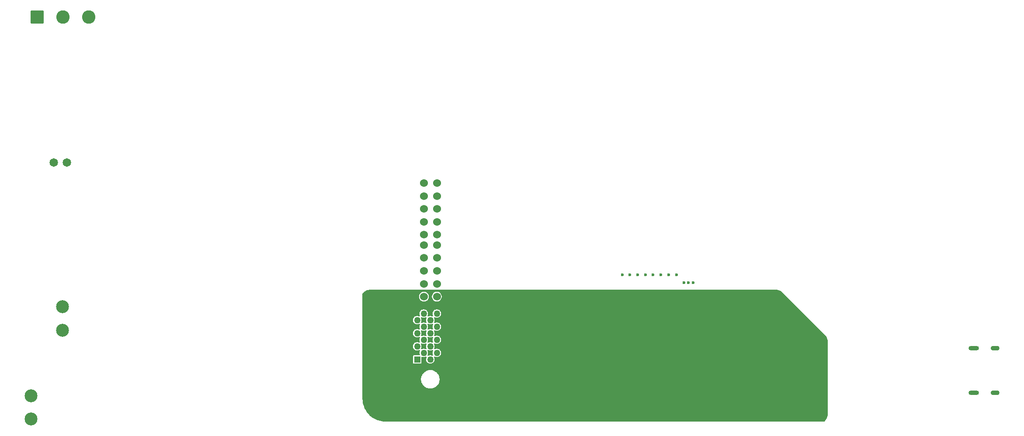
<source format=gbr>
%TF.GenerationSoftware,KiCad,Pcbnew,9.0.1+1*%
%TF.CreationDate,2025-11-19T23:20:09+00:00*%
%TF.ProjectId,nautilus_mainboard,6e617574-696c-4757-935f-6d61696e626f,rev?*%
%TF.SameCoordinates,Original*%
%TF.FileFunction,Copper,L2,Inr*%
%TF.FilePolarity,Positive*%
%FSLAX46Y46*%
G04 Gerber Fmt 4.6, Leading zero omitted, Abs format (unit mm)*
G04 Created by KiCad (PCBNEW 9.0.1+1) date 2025-11-19 23:20:09*
%MOMM*%
%LPD*%
G01*
G04 APERTURE LIST*
G04 Aperture macros list*
%AMRoundRect*
0 Rectangle with rounded corners*
0 $1 Rounding radius*
0 $2 $3 $4 $5 $6 $7 $8 $9 X,Y pos of 4 corners*
0 Add a 4 corners polygon primitive as box body*
4,1,4,$2,$3,$4,$5,$6,$7,$8,$9,$2,$3,0*
0 Add four circle primitives for the rounded corners*
1,1,$1+$1,$2,$3*
1,1,$1+$1,$4,$5*
1,1,$1+$1,$6,$7*
1,1,$1+$1,$8,$9*
0 Add four rect primitives between the rounded corners*
20,1,$1+$1,$2,$3,$4,$5,0*
20,1,$1+$1,$4,$5,$6,$7,0*
20,1,$1+$1,$6,$7,$8,$9,0*
20,1,$1+$1,$8,$9,$2,$3,0*%
G04 Aperture macros list end*
%TA.AperFunction,ComponentPad*%
%ADD10O,1.700000X0.900000*%
%TD*%
%TA.AperFunction,ComponentPad*%
%ADD11O,2.000000X0.900000*%
%TD*%
%TA.AperFunction,ComponentPad*%
%ADD12C,2.500000*%
%TD*%
%TA.AperFunction,ComponentPad*%
%ADD13C,2.000000*%
%TD*%
%TA.AperFunction,ComponentPad*%
%ADD14R,2.500000X2.500000*%
%TD*%
%TA.AperFunction,ComponentPad*%
%ADD15R,1.268000X1.268000*%
%TD*%
%TA.AperFunction,ComponentPad*%
%ADD16C,1.268000*%
%TD*%
%TA.AperFunction,ComponentPad*%
%ADD17C,1.530000*%
%TD*%
%TA.AperFunction,ComponentPad*%
%ADD18C,1.650000*%
%TD*%
%TA.AperFunction,ComponentPad*%
%ADD19RoundRect,0.250000X-1.050000X-1.050000X1.050000X-1.050000X1.050000X1.050000X-1.050000X1.050000X0*%
%TD*%
%TA.AperFunction,ComponentPad*%
%ADD20C,2.600000*%
%TD*%
%TA.AperFunction,ComponentPad*%
%ADD21R,1.700000X1.700000*%
%TD*%
%TA.AperFunction,ComponentPad*%
%ADD22C,1.700000*%
%TD*%
%TA.AperFunction,ViaPad*%
%ADD23C,0.600000*%
%TD*%
G04 APERTURE END LIST*
D10*
%TO.N,Net-(C20-Pad2)*%
%TO.C,J3*%
X260700000Y-164650000D03*
X260700000Y-156000000D03*
D11*
X256520000Y-164650000D03*
X256520000Y-156000000D03*
%TD*%
D12*
%TO.N,/STM/PinoutSTM/CAN1_TX*%
%TO.C,TP7*%
X73895000Y-169740000D03*
%TD*%
%TO.N,/IMU/Pack1_SDA*%
%TO.C,TP2*%
X79995000Y-147940000D03*
%TD*%
D13*
%TO.N,/STM/PinoutSTM/nRST*%
%TO.C,SW1*%
X164050000Y-163800000D03*
X170550000Y-163800000D03*
%TO.N,GND*%
X164050000Y-168300000D03*
X170550000Y-168300000D03*
%TD*%
D14*
%TO.N,Net-(LS1-+)*%
%TO.C,LS1*%
X201500000Y-151200000D03*
D12*
%TO.N,Net-(LS1--)*%
X206500000Y-151200000D03*
%TD*%
D15*
%TO.N,/CM4/Battery_Out_3.3V*%
%TO.C,J7*%
X148740000Y-158170000D03*
D16*
X150010000Y-156900000D03*
%TO.N,unconnected-(J7-Pad03)*%
X148740000Y-155630000D03*
%TO.N,unconnected-(J7-Pad04)*%
X150010000Y-154360000D03*
%TO.N,/LPHS-connector/STM.TX*%
X148740000Y-153090000D03*
%TO.N,/LPHS-connector/STM.RX*%
X150010000Y-151820000D03*
%TO.N,/LPHS-connector/ST_CAN.P*%
X148740000Y-150550000D03*
%TO.N,/LPHS-connector/ST_CAN.N*%
X150010000Y-149280000D03*
%TO.N,/CM4/TRD0.D-*%
X151280000Y-158170000D03*
%TO.N,/CM4/TRD0.D+*%
X152550000Y-156900000D03*
%TO.N,/CM4/TRD1.D-*%
X151280000Y-155630000D03*
%TO.N,/CM4/TRD1.D+*%
X152550000Y-154360000D03*
%TO.N,/CM4/TRD2.D-*%
X151280000Y-153090000D03*
%TO.N,/CM4/TRD2.D+*%
X152550000Y-151820000D03*
%TO.N,/CM4/TRD3.D-*%
X151280000Y-150550000D03*
%TO.N,/CM4/TRD3.D+*%
X152550000Y-149280000D03*
D17*
%TO.N,/LPHS-connector/Battery_Out_5V*%
X150050000Y-146000000D03*
X150050000Y-143500000D03*
X150050000Y-141000000D03*
X150050000Y-138500000D03*
X150050000Y-136000000D03*
%TO.N,unconnected-(J7-P02-PadP02_1)*%
X152550000Y-146000000D03*
%TO.N,unconnected-(J7-P02__1-PadP02_2)*%
X152550000Y-143500000D03*
%TO.N,unconnected-(J7-P02__2-PadP02_3)*%
X152550000Y-141000000D03*
%TO.N,unconnected-(J7-P02__3-PadP02_4)*%
X152550000Y-138500000D03*
%TO.N,unconnected-(J7-P02__4-PadP02_5)*%
X152550000Y-136000000D03*
%TO.N,unconnected-(J7-P03-PadP03_1)*%
X150050000Y-134000000D03*
%TO.N,unconnected-(J7-P03__1-PadP03_2)*%
X150050000Y-131500000D03*
%TO.N,unconnected-(J7-P03__2-PadP03_3)*%
X150050000Y-129000000D03*
%TO.N,unconnected-(J7-P03__3-PadP03_4)*%
X150050000Y-126500000D03*
%TO.N,unconnected-(J7-P03__4-PadP03_5)*%
X150050000Y-124000000D03*
%TO.N,GND*%
X152550000Y-134000000D03*
X152550000Y-131500000D03*
X152550000Y-129000000D03*
X152550000Y-126500000D03*
X152550000Y-124000000D03*
%TD*%
D18*
%TO.N,Net-(EXTERNALFAN5V1-Pad2)*%
%TO.C,J2*%
X78330000Y-119995000D03*
%TO.N,GND*%
X80870000Y-119995000D03*
%TD*%
D19*
%TO.N,+5V*%
%TO.C,J5*%
X75145000Y-91840000D03*
D20*
%TO.N,Net-(J5-Pin_2)*%
X80145000Y-91840000D03*
%TO.N,+5V*%
X85145000Y-91840000D03*
%TD*%
D21*
%TO.N,/Power_logic/STM_Plug_3.3V*%
%TO.C,J4*%
X175140000Y-168100000D03*
D22*
%TO.N,/STM/PinoutSTM/USART1_RX*%
X177680000Y-168100000D03*
%TO.N,/STM/PinoutSTM/USART1_TX*%
X180219999Y-168100000D03*
%TO.N,/STM/PinoutSTM/STM_BOOT0*%
X182760000Y-168100000D03*
%TO.N,GND*%
X185300000Y-168100000D03*
%TD*%
D12*
%TO.N,/STM/PinoutSTM/CAN1_RX*%
%TO.C,TP6*%
X73895000Y-165190000D03*
%TD*%
%TO.N,/IMU/Pack1_SCL*%
%TO.C,TP3*%
X79995000Y-152490000D03*
%TD*%
D23*
%TO.N,GND*%
X189950000Y-141750000D03*
X197450000Y-141750000D03*
X201300000Y-143300000D03*
X188450000Y-141750000D03*
X194450000Y-141750000D03*
X202200000Y-143300000D03*
X195950000Y-141750000D03*
X200400000Y-143300000D03*
X192950000Y-141750000D03*
X191450000Y-141750000D03*
X198950000Y-141750000D03*
%TD*%
%TA.AperFunction,Conductor*%
%TO.N,GND*%
G36*
X151798398Y-156375342D02*
G01*
X151834050Y-156435431D01*
X151831556Y-156505256D01*
X151828464Y-156513549D01*
X151828198Y-156514192D01*
X151766801Y-156662419D01*
X151766800Y-156662422D01*
X151766800Y-156662423D01*
X151766799Y-156662426D01*
X151735500Y-156819774D01*
X151735500Y-156980225D01*
X151766799Y-157137573D01*
X151766802Y-157137585D01*
X151828463Y-157286450D01*
X151835932Y-157355919D01*
X151804656Y-157418398D01*
X151744567Y-157454050D01*
X151674742Y-157451556D01*
X151666450Y-157448463D01*
X151517585Y-157386802D01*
X151517573Y-157386799D01*
X151360224Y-157355500D01*
X151360221Y-157355500D01*
X151199779Y-157355500D01*
X151199776Y-157355500D01*
X151042426Y-157386799D01*
X151042423Y-157386800D01*
X151042422Y-157386800D01*
X151042419Y-157386801D01*
X150966137Y-157418398D01*
X150893549Y-157448464D01*
X150824079Y-157455932D01*
X150761600Y-157424656D01*
X150725948Y-157364567D01*
X150728443Y-157294742D01*
X150731536Y-157286449D01*
X150773951Y-157184049D01*
X150793199Y-157137581D01*
X150824500Y-156980221D01*
X150824500Y-156819779D01*
X150824500Y-156819776D01*
X150824499Y-156819774D01*
X150793200Y-156662426D01*
X150793199Y-156662419D01*
X150731802Y-156514192D01*
X150731536Y-156513549D01*
X150724067Y-156444080D01*
X150755342Y-156381601D01*
X150815431Y-156345949D01*
X150885257Y-156348443D01*
X150893549Y-156351536D01*
X151042414Y-156413197D01*
X151042419Y-156413199D01*
X151197668Y-156444080D01*
X151199774Y-156444499D01*
X151199777Y-156444500D01*
X151199779Y-156444500D01*
X151360223Y-156444500D01*
X151360224Y-156444499D01*
X151517581Y-156413199D01*
X151665810Y-156351801D01*
X151665811Y-156351800D01*
X151666449Y-156351536D01*
X151735919Y-156344067D01*
X151798398Y-156375342D01*
G37*
%TD.AperFunction*%
%TA.AperFunction,Conductor*%
G36*
X150528398Y-155105342D02*
G01*
X150564050Y-155165431D01*
X150561556Y-155235256D01*
X150558464Y-155243549D01*
X150558198Y-155244192D01*
X150496801Y-155392419D01*
X150496800Y-155392422D01*
X150496800Y-155392423D01*
X150496799Y-155392426D01*
X150465500Y-155549774D01*
X150465500Y-155710225D01*
X150496799Y-155867573D01*
X150496802Y-155867585D01*
X150558463Y-156016450D01*
X150565932Y-156085919D01*
X150534656Y-156148398D01*
X150474567Y-156184050D01*
X150404742Y-156181556D01*
X150396450Y-156178463D01*
X150247585Y-156116802D01*
X150247573Y-156116799D01*
X150090224Y-156085500D01*
X150090221Y-156085500D01*
X149929779Y-156085500D01*
X149929776Y-156085500D01*
X149772426Y-156116799D01*
X149772423Y-156116800D01*
X149772422Y-156116800D01*
X149772419Y-156116801D01*
X149696137Y-156148398D01*
X149623549Y-156178464D01*
X149554079Y-156185932D01*
X149491600Y-156154656D01*
X149455948Y-156094567D01*
X149458443Y-156024742D01*
X149461536Y-156016449D01*
X149461803Y-156015805D01*
X149523199Y-155867581D01*
X149554500Y-155710221D01*
X149554500Y-155549779D01*
X149554500Y-155549776D01*
X149554499Y-155549774D01*
X149523200Y-155392426D01*
X149523199Y-155392419D01*
X149461802Y-155244192D01*
X149461536Y-155243549D01*
X149454067Y-155174080D01*
X149485342Y-155111601D01*
X149545431Y-155075949D01*
X149615257Y-155078443D01*
X149623549Y-155081536D01*
X149772414Y-155143197D01*
X149772419Y-155143199D01*
X149927668Y-155174080D01*
X149929774Y-155174499D01*
X149929777Y-155174500D01*
X149929779Y-155174500D01*
X150090223Y-155174500D01*
X150090224Y-155174499D01*
X150247581Y-155143199D01*
X150395810Y-155081801D01*
X150395811Y-155081800D01*
X150396449Y-155081536D01*
X150465919Y-155074067D01*
X150528398Y-155105342D01*
G37*
%TD.AperFunction*%
%TA.AperFunction,Conductor*%
G36*
X151722525Y-153805506D02*
G01*
X151735919Y-153804067D01*
X151755721Y-153813979D01*
X151777174Y-153819455D01*
X151786351Y-153829311D01*
X151798398Y-153835342D01*
X151809697Y-153854386D01*
X151824785Y-153870591D01*
X151827176Y-153883846D01*
X151834050Y-153895431D01*
X151833259Y-153917557D01*
X151837192Y-153939351D01*
X151831714Y-153960812D01*
X151831556Y-153965256D01*
X151828464Y-153973549D01*
X151828198Y-153974192D01*
X151766801Y-154122419D01*
X151766800Y-154122422D01*
X151766800Y-154122423D01*
X151766799Y-154122426D01*
X151735500Y-154279774D01*
X151735500Y-154440225D01*
X151766799Y-154597573D01*
X151766802Y-154597585D01*
X151828463Y-154746450D01*
X151835932Y-154815919D01*
X151804656Y-154878398D01*
X151744567Y-154914050D01*
X151674742Y-154911556D01*
X151666450Y-154908463D01*
X151517585Y-154846802D01*
X151517573Y-154846799D01*
X151360224Y-154815500D01*
X151360221Y-154815500D01*
X151199779Y-154815500D01*
X151199776Y-154815500D01*
X151042426Y-154846799D01*
X151042423Y-154846800D01*
X151042422Y-154846800D01*
X151042419Y-154846801D01*
X150966137Y-154878398D01*
X150893549Y-154908464D01*
X150824079Y-154915932D01*
X150761600Y-154884656D01*
X150725948Y-154824567D01*
X150728443Y-154754742D01*
X150731536Y-154746449D01*
X150731803Y-154745805D01*
X150793199Y-154597581D01*
X150824500Y-154440221D01*
X150824500Y-154279779D01*
X150824500Y-154279776D01*
X150824499Y-154279774D01*
X150793200Y-154122426D01*
X150793199Y-154122419D01*
X150731802Y-153974192D01*
X150731536Y-153973549D01*
X150724067Y-153904080D01*
X150755342Y-153841601D01*
X150815431Y-153805949D01*
X150885257Y-153808443D01*
X150893549Y-153811536D01*
X151042414Y-153873197D01*
X151042419Y-153873199D01*
X151197668Y-153904080D01*
X151199774Y-153904499D01*
X151199777Y-153904500D01*
X151199779Y-153904500D01*
X151360223Y-153904500D01*
X151360224Y-153904499D01*
X151517581Y-153873199D01*
X151665810Y-153811801D01*
X151665811Y-153811800D01*
X151666449Y-153811536D01*
X151688465Y-153809168D01*
X151709475Y-153802176D01*
X151722525Y-153805506D01*
G37*
%TD.AperFunction*%
%TA.AperFunction,Conductor*%
G36*
X150528398Y-152565342D02*
G01*
X150564050Y-152625431D01*
X150561556Y-152695256D01*
X150558464Y-152703549D01*
X150558198Y-152704192D01*
X150496801Y-152852419D01*
X150496800Y-152852422D01*
X150496800Y-152852423D01*
X150496799Y-152852426D01*
X150465500Y-153009774D01*
X150465500Y-153170225D01*
X150496799Y-153327573D01*
X150496802Y-153327585D01*
X150558463Y-153476450D01*
X150565932Y-153545919D01*
X150534656Y-153608398D01*
X150474567Y-153644050D01*
X150404742Y-153641556D01*
X150396450Y-153638463D01*
X150247585Y-153576802D01*
X150247573Y-153576799D01*
X150090224Y-153545500D01*
X150090221Y-153545500D01*
X149929779Y-153545500D01*
X149929776Y-153545500D01*
X149772426Y-153576799D01*
X149772423Y-153576800D01*
X149772422Y-153576800D01*
X149772419Y-153576801D01*
X149696137Y-153608398D01*
X149623549Y-153638464D01*
X149554079Y-153645932D01*
X149491600Y-153614656D01*
X149455948Y-153554567D01*
X149458443Y-153484742D01*
X149461536Y-153476449D01*
X149461803Y-153475805D01*
X149523199Y-153327581D01*
X149554500Y-153170221D01*
X149554500Y-153009779D01*
X149554500Y-153009776D01*
X149554499Y-153009774D01*
X149523200Y-152852426D01*
X149523199Y-152852419D01*
X149461802Y-152704192D01*
X149461536Y-152703549D01*
X149454067Y-152634080D01*
X149485342Y-152571601D01*
X149545431Y-152535949D01*
X149615257Y-152538443D01*
X149623549Y-152541536D01*
X149770932Y-152602583D01*
X149772419Y-152603199D01*
X149927668Y-152634080D01*
X149929774Y-152634499D01*
X149929777Y-152634500D01*
X149929779Y-152634500D01*
X150090223Y-152634500D01*
X150090224Y-152634499D01*
X150247581Y-152603199D01*
X150395810Y-152541801D01*
X150395811Y-152541800D01*
X150396449Y-152541536D01*
X150465919Y-152534067D01*
X150528398Y-152565342D01*
G37*
%TD.AperFunction*%
%TA.AperFunction,Conductor*%
G36*
X151722525Y-151265506D02*
G01*
X151735919Y-151264067D01*
X151755721Y-151273979D01*
X151777174Y-151279455D01*
X151786351Y-151289311D01*
X151798398Y-151295342D01*
X151809697Y-151314386D01*
X151824785Y-151330591D01*
X151827176Y-151343846D01*
X151834050Y-151355431D01*
X151833259Y-151377557D01*
X151837192Y-151399351D01*
X151831714Y-151420812D01*
X151831556Y-151425256D01*
X151828464Y-151433549D01*
X151828198Y-151434192D01*
X151766801Y-151582419D01*
X151766800Y-151582422D01*
X151766800Y-151582423D01*
X151766799Y-151582426D01*
X151735500Y-151739774D01*
X151735500Y-151900225D01*
X151766799Y-152057573D01*
X151766802Y-152057585D01*
X151828463Y-152206450D01*
X151835932Y-152275919D01*
X151804656Y-152338398D01*
X151744567Y-152374050D01*
X151674742Y-152371556D01*
X151666450Y-152368463D01*
X151517585Y-152306802D01*
X151517573Y-152306799D01*
X151360224Y-152275500D01*
X151360221Y-152275500D01*
X151199779Y-152275500D01*
X151199776Y-152275500D01*
X151042426Y-152306799D01*
X151042423Y-152306800D01*
X151042422Y-152306800D01*
X151042419Y-152306801D01*
X150966137Y-152338398D01*
X150893549Y-152368464D01*
X150824079Y-152375932D01*
X150761600Y-152344656D01*
X150725948Y-152284567D01*
X150728443Y-152214742D01*
X150731536Y-152206449D01*
X150752837Y-152155024D01*
X150793199Y-152057581D01*
X150824500Y-151900221D01*
X150824500Y-151739779D01*
X150824500Y-151739776D01*
X150824499Y-151739774D01*
X150793200Y-151582426D01*
X150793199Y-151582419D01*
X150731802Y-151434192D01*
X150731536Y-151433549D01*
X150724067Y-151364080D01*
X150755342Y-151301601D01*
X150815431Y-151265949D01*
X150885257Y-151268443D01*
X150893549Y-151271536D01*
X151042414Y-151333197D01*
X151042419Y-151333199D01*
X151197668Y-151364080D01*
X151199774Y-151364499D01*
X151199777Y-151364500D01*
X151199779Y-151364500D01*
X151360223Y-151364500D01*
X151360224Y-151364499D01*
X151517581Y-151333199D01*
X151665810Y-151271801D01*
X151665811Y-151271800D01*
X151666449Y-151271536D01*
X151688465Y-151269168D01*
X151709475Y-151262176D01*
X151722525Y-151265506D01*
G37*
%TD.AperFunction*%
%TA.AperFunction,Conductor*%
G36*
X150528398Y-150025342D02*
G01*
X150564050Y-150085431D01*
X150561556Y-150155256D01*
X150558464Y-150163549D01*
X150558198Y-150164192D01*
X150496801Y-150312419D01*
X150496800Y-150312422D01*
X150496800Y-150312423D01*
X150496799Y-150312426D01*
X150465500Y-150469774D01*
X150465500Y-150630225D01*
X150496799Y-150787573D01*
X150496802Y-150787585D01*
X150558463Y-150936450D01*
X150565932Y-151005919D01*
X150534656Y-151068398D01*
X150474567Y-151104050D01*
X150404742Y-151101556D01*
X150396450Y-151098463D01*
X150247585Y-151036802D01*
X150247573Y-151036799D01*
X150090224Y-151005500D01*
X150090221Y-151005500D01*
X149929779Y-151005500D01*
X149929776Y-151005500D01*
X149772426Y-151036799D01*
X149772423Y-151036800D01*
X149772422Y-151036800D01*
X149772419Y-151036801D01*
X149696137Y-151068398D01*
X149623549Y-151098464D01*
X149554079Y-151105932D01*
X149491600Y-151074656D01*
X149455948Y-151014567D01*
X149458443Y-150944742D01*
X149461536Y-150936449D01*
X149461803Y-150935805D01*
X149523199Y-150787581D01*
X149554500Y-150630221D01*
X149554500Y-150469779D01*
X149554500Y-150469776D01*
X149554499Y-150469774D01*
X149523200Y-150312426D01*
X149523199Y-150312419D01*
X149461802Y-150164192D01*
X149461536Y-150163549D01*
X149454067Y-150094080D01*
X149485342Y-150031601D01*
X149545431Y-149995949D01*
X149615257Y-149998443D01*
X149623549Y-150001536D01*
X149772414Y-150063197D01*
X149772419Y-150063199D01*
X149927668Y-150094080D01*
X149929774Y-150094499D01*
X149929777Y-150094500D01*
X149929779Y-150094500D01*
X150090223Y-150094500D01*
X150090224Y-150094499D01*
X150247581Y-150063199D01*
X150395810Y-150001801D01*
X150395811Y-150001800D01*
X150396449Y-150001536D01*
X150465919Y-149994067D01*
X150528398Y-150025342D01*
G37*
%TD.AperFunction*%
%TA.AperFunction,Conductor*%
G36*
X218175615Y-144660265D02*
G01*
X218198089Y-144661737D01*
X218424531Y-144676579D01*
X218440589Y-144678694D01*
X218681238Y-144726562D01*
X218696904Y-144730760D01*
X218866496Y-144788328D01*
X218929245Y-144809629D01*
X218944222Y-144815832D01*
X219154681Y-144919619D01*
X219164283Y-144924354D01*
X219178329Y-144932464D01*
X219382337Y-145068777D01*
X219395202Y-145078648D01*
X219409099Y-145090835D01*
X219582737Y-145243112D01*
X219588659Y-145248659D01*
X227681340Y-153341340D01*
X227686887Y-153347262D01*
X227851348Y-153534793D01*
X227861222Y-153547662D01*
X227997535Y-153751670D01*
X228005645Y-153765716D01*
X228114164Y-153985770D01*
X228120371Y-154000756D01*
X228199239Y-154233095D01*
X228203437Y-154248761D01*
X228251303Y-154489396D01*
X228253421Y-154505478D01*
X228269735Y-154754383D01*
X228270000Y-154762493D01*
X228270000Y-168725572D01*
X228269684Y-168734418D01*
X228250275Y-169005785D01*
X228247757Y-169023297D01*
X228190872Y-169284794D01*
X228185888Y-169301770D01*
X228092361Y-169552524D01*
X228085011Y-169568617D01*
X227956758Y-169803496D01*
X227947193Y-169818380D01*
X227786811Y-170032624D01*
X227775226Y-170045994D01*
X227628037Y-170193182D01*
X227566717Y-170226666D01*
X227540358Y-170229500D01*
X142652706Y-170229500D01*
X142647297Y-170229382D01*
X142263249Y-170212614D01*
X142252473Y-170211671D01*
X141874042Y-170161849D01*
X141863389Y-170159971D01*
X141490727Y-170077354D01*
X141480278Y-170074554D01*
X141116244Y-169959775D01*
X141106078Y-169956075D01*
X140753427Y-169810002D01*
X140743623Y-169805430D01*
X140405057Y-169629183D01*
X140395689Y-169623775D01*
X140073755Y-169418681D01*
X140064894Y-169412476D01*
X139762069Y-169180110D01*
X139753782Y-169173156D01*
X139472364Y-168915284D01*
X139464715Y-168907635D01*
X139206843Y-168626217D01*
X139199889Y-168617930D01*
X138967523Y-168315105D01*
X138961318Y-168306244D01*
X138756224Y-167984310D01*
X138750816Y-167974942D01*
X138574569Y-167636376D01*
X138569997Y-167626572D01*
X138423924Y-167273921D01*
X138420224Y-167263755D01*
X138305442Y-166899710D01*
X138302648Y-166889284D01*
X138220025Y-166516597D01*
X138218152Y-166505971D01*
X138168326Y-166127506D01*
X138167386Y-166116771D01*
X138150618Y-165732702D01*
X138150500Y-165727293D01*
X138150500Y-161892650D01*
X149489500Y-161892650D01*
X149489500Y-162127349D01*
X149489501Y-162127365D01*
X149520134Y-162360048D01*
X149520135Y-162360053D01*
X149520136Y-162360059D01*
X149580883Y-162586772D01*
X149580886Y-162586779D01*
X149670700Y-162803610D01*
X149670705Y-162803620D01*
X149788058Y-163006882D01*
X149930940Y-163193090D01*
X149930946Y-163193097D01*
X150096902Y-163359053D01*
X150096909Y-163359059D01*
X150283117Y-163501941D01*
X150486379Y-163619294D01*
X150486389Y-163619299D01*
X150579316Y-163657790D01*
X150703228Y-163709117D01*
X150929941Y-163769864D01*
X151162644Y-163800500D01*
X151162651Y-163800500D01*
X151397349Y-163800500D01*
X151397356Y-163800500D01*
X151630059Y-163769864D01*
X151856772Y-163709117D01*
X152073617Y-163619296D01*
X152276883Y-163501941D01*
X152463092Y-163359058D01*
X152629058Y-163193092D01*
X152771941Y-163006883D01*
X152889296Y-162803617D01*
X152979117Y-162586772D01*
X153039864Y-162360059D01*
X153070500Y-162127356D01*
X153070500Y-161892644D01*
X153039864Y-161659941D01*
X152979117Y-161433228D01*
X152927790Y-161309316D01*
X152889299Y-161216389D01*
X152889294Y-161216379D01*
X152771941Y-161013117D01*
X152629059Y-160826909D01*
X152629053Y-160826902D01*
X152463097Y-160660946D01*
X152463090Y-160660940D01*
X152276882Y-160518058D01*
X152073620Y-160400705D01*
X152073610Y-160400700D01*
X151856779Y-160310886D01*
X151856780Y-160310886D01*
X151856772Y-160310883D01*
X151630059Y-160250136D01*
X151630053Y-160250135D01*
X151630048Y-160250134D01*
X151397365Y-160219501D01*
X151397362Y-160219500D01*
X151397356Y-160219500D01*
X151162644Y-160219500D01*
X151162638Y-160219500D01*
X151162634Y-160219501D01*
X150929951Y-160250134D01*
X150929944Y-160250135D01*
X150929941Y-160250136D01*
X150854370Y-160270385D01*
X150703234Y-160310881D01*
X150703220Y-160310886D01*
X150486389Y-160400700D01*
X150486379Y-160400705D01*
X150283117Y-160518058D01*
X150096909Y-160660940D01*
X150096902Y-160660946D01*
X149930946Y-160826902D01*
X149930940Y-160826909D01*
X149788058Y-161013117D01*
X149670705Y-161216379D01*
X149670700Y-161216389D01*
X149580886Y-161433220D01*
X149580881Y-161433234D01*
X149520137Y-161659938D01*
X149520134Y-161659951D01*
X149489501Y-161892634D01*
X149489500Y-161892650D01*
X138150500Y-161892650D01*
X138150500Y-150469774D01*
X147925500Y-150469774D01*
X147925500Y-150630225D01*
X147956799Y-150787573D01*
X147956802Y-150787585D01*
X148018196Y-150935805D01*
X148018197Y-150935807D01*
X148107336Y-151069212D01*
X148107339Y-151069216D01*
X148220783Y-151182660D01*
X148220787Y-151182663D01*
X148354190Y-151271801D01*
X148354191Y-151271801D01*
X148354192Y-151271802D01*
X148354194Y-151271803D01*
X148502414Y-151333197D01*
X148502419Y-151333199D01*
X148657668Y-151364080D01*
X148659774Y-151364499D01*
X148659777Y-151364500D01*
X148659779Y-151364500D01*
X148820223Y-151364500D01*
X148820224Y-151364499D01*
X148977581Y-151333199D01*
X149125810Y-151271801D01*
X149125811Y-151271800D01*
X149126449Y-151271536D01*
X149195919Y-151264067D01*
X149258398Y-151295342D01*
X149294050Y-151355431D01*
X149291556Y-151425256D01*
X149288464Y-151433549D01*
X149288198Y-151434192D01*
X149226801Y-151582419D01*
X149226800Y-151582422D01*
X149226800Y-151582423D01*
X149226799Y-151582426D01*
X149195500Y-151739774D01*
X149195500Y-151900225D01*
X149226799Y-152057573D01*
X149226802Y-152057585D01*
X149288463Y-152206450D01*
X149295932Y-152275919D01*
X149264656Y-152338398D01*
X149204567Y-152374050D01*
X149134742Y-152371556D01*
X149126450Y-152368463D01*
X148977585Y-152306802D01*
X148977573Y-152306799D01*
X148820224Y-152275500D01*
X148820221Y-152275500D01*
X148659779Y-152275500D01*
X148659776Y-152275500D01*
X148502426Y-152306799D01*
X148502414Y-152306802D01*
X148354194Y-152368196D01*
X148354192Y-152368197D01*
X148220787Y-152457336D01*
X148220783Y-152457339D01*
X148107339Y-152570783D01*
X148107336Y-152570787D01*
X148018197Y-152704192D01*
X148018196Y-152704194D01*
X147956802Y-152852414D01*
X147956799Y-152852426D01*
X147925500Y-153009774D01*
X147925500Y-153170225D01*
X147956799Y-153327573D01*
X147956802Y-153327585D01*
X148018196Y-153475805D01*
X148018197Y-153475807D01*
X148107336Y-153609212D01*
X148107339Y-153609216D01*
X148220783Y-153722660D01*
X148220787Y-153722663D01*
X148354190Y-153811801D01*
X148354191Y-153811801D01*
X148354192Y-153811802D01*
X148354194Y-153811803D01*
X148502414Y-153873197D01*
X148502419Y-153873199D01*
X148657668Y-153904080D01*
X148659774Y-153904499D01*
X148659777Y-153904500D01*
X148659779Y-153904500D01*
X148820223Y-153904500D01*
X148820224Y-153904499D01*
X148977581Y-153873199D01*
X149125810Y-153811801D01*
X149125811Y-153811800D01*
X149126449Y-153811536D01*
X149195919Y-153804067D01*
X149258398Y-153835342D01*
X149294050Y-153895431D01*
X149291556Y-153965256D01*
X149288464Y-153973549D01*
X149288198Y-153974192D01*
X149226801Y-154122419D01*
X149226800Y-154122422D01*
X149226800Y-154122423D01*
X149226799Y-154122426D01*
X149195500Y-154279774D01*
X149195500Y-154440225D01*
X149226799Y-154597573D01*
X149226802Y-154597585D01*
X149288463Y-154746450D01*
X149295932Y-154815919D01*
X149264656Y-154878398D01*
X149204567Y-154914050D01*
X149134742Y-154911556D01*
X149126450Y-154908463D01*
X148977585Y-154846802D01*
X148977573Y-154846799D01*
X148820224Y-154815500D01*
X148820221Y-154815500D01*
X148659779Y-154815500D01*
X148659776Y-154815500D01*
X148502426Y-154846799D01*
X148502414Y-154846802D01*
X148354194Y-154908196D01*
X148354192Y-154908197D01*
X148220787Y-154997336D01*
X148220783Y-154997339D01*
X148107339Y-155110783D01*
X148107336Y-155110787D01*
X148018197Y-155244192D01*
X148018196Y-155244194D01*
X147956802Y-155392414D01*
X147956799Y-155392426D01*
X147925500Y-155549774D01*
X147925500Y-155710225D01*
X147956799Y-155867573D01*
X147956802Y-155867585D01*
X148018196Y-156015805D01*
X148018197Y-156015807D01*
X148107336Y-156149212D01*
X148107339Y-156149216D01*
X148220783Y-156262660D01*
X148220787Y-156262663D01*
X148354190Y-156351801D01*
X148354191Y-156351801D01*
X148354192Y-156351802D01*
X148354194Y-156351803D01*
X148426134Y-156381601D01*
X148502419Y-156413199D01*
X148657668Y-156444080D01*
X148659774Y-156444499D01*
X148659777Y-156444500D01*
X148659779Y-156444500D01*
X148820223Y-156444500D01*
X148820224Y-156444499D01*
X148977581Y-156413199D01*
X149125810Y-156351801D01*
X149125811Y-156351800D01*
X149126449Y-156351536D01*
X149195919Y-156344067D01*
X149258398Y-156375342D01*
X149294050Y-156435431D01*
X149291556Y-156505256D01*
X149288464Y-156513549D01*
X149288198Y-156514192D01*
X149226801Y-156662419D01*
X149226800Y-156662422D01*
X149226800Y-156662423D01*
X149226799Y-156662426D01*
X149195500Y-156819774D01*
X149195500Y-156980225D01*
X149226799Y-157137573D01*
X149226801Y-157137581D01*
X149246048Y-157184049D01*
X149253515Y-157253519D01*
X149222239Y-157315997D01*
X149162150Y-157351649D01*
X149131486Y-157355500D01*
X148088225Y-157355500D01*
X148035571Y-157365973D01*
X148035568Y-157365974D01*
X147975865Y-157405867D01*
X147935974Y-157465569D01*
X147935971Y-157465576D01*
X147925500Y-157518218D01*
X147925500Y-158821774D01*
X147935973Y-158874428D01*
X147935974Y-158874431D01*
X147975867Y-158934134D01*
X148004402Y-158953200D01*
X148035572Y-158974027D01*
X148035575Y-158974027D01*
X148035576Y-158974028D01*
X148061897Y-158979263D01*
X148088223Y-158984500D01*
X149391776Y-158984499D01*
X149444428Y-158974027D01*
X149504133Y-158934133D01*
X149544027Y-158874428D01*
X149554500Y-158821777D01*
X149554499Y-157778511D01*
X149574183Y-157711473D01*
X149626987Y-157665718D01*
X149696146Y-157655774D01*
X149725943Y-157663948D01*
X149772419Y-157683199D01*
X149927668Y-157714080D01*
X149929774Y-157714499D01*
X149929777Y-157714500D01*
X149929779Y-157714500D01*
X150090223Y-157714500D01*
X150090224Y-157714499D01*
X150247581Y-157683199D01*
X150395810Y-157621801D01*
X150395811Y-157621800D01*
X150396449Y-157621536D01*
X150465919Y-157614067D01*
X150528398Y-157645342D01*
X150564050Y-157705431D01*
X150561556Y-157775256D01*
X150558464Y-157783549D01*
X150531544Y-157848539D01*
X150496801Y-157932419D01*
X150496800Y-157932422D01*
X150496800Y-157932423D01*
X150496799Y-157932426D01*
X150465500Y-158089774D01*
X150465500Y-158250225D01*
X150496799Y-158407573D01*
X150496802Y-158407585D01*
X150558196Y-158555805D01*
X150558197Y-158555807D01*
X150647336Y-158689212D01*
X150647339Y-158689216D01*
X150760783Y-158802660D01*
X150760787Y-158802663D01*
X150894190Y-158891801D01*
X150894191Y-158891801D01*
X150894192Y-158891802D01*
X150894194Y-158891803D01*
X151042414Y-158953197D01*
X151042419Y-158953199D01*
X151199774Y-158984499D01*
X151199777Y-158984500D01*
X151199779Y-158984500D01*
X151360223Y-158984500D01*
X151360224Y-158984499D01*
X151517581Y-158953199D01*
X151665810Y-158891801D01*
X151799213Y-158802663D01*
X151912663Y-158689213D01*
X152001801Y-158555810D01*
X152063199Y-158407581D01*
X152094500Y-158250221D01*
X152094500Y-158089779D01*
X152094500Y-158089776D01*
X152094499Y-158089774D01*
X152063200Y-157932426D01*
X152063199Y-157932419D01*
X152063197Y-157932414D01*
X152001536Y-157783549D01*
X151994067Y-157714080D01*
X152025342Y-157651601D01*
X152085431Y-157615949D01*
X152155257Y-157618443D01*
X152163549Y-157621536D01*
X152312414Y-157683197D01*
X152312419Y-157683199D01*
X152467668Y-157714080D01*
X152469774Y-157714499D01*
X152469777Y-157714500D01*
X152469779Y-157714500D01*
X152630223Y-157714500D01*
X152630224Y-157714499D01*
X152787581Y-157683199D01*
X152935810Y-157621801D01*
X153069213Y-157532663D01*
X153182663Y-157419213D01*
X153271801Y-157285810D01*
X153333199Y-157137581D01*
X153364500Y-156980221D01*
X153364500Y-156819779D01*
X153364500Y-156819776D01*
X153364499Y-156819774D01*
X153333200Y-156662426D01*
X153333199Y-156662419D01*
X153271801Y-156514190D01*
X153182663Y-156380787D01*
X153182660Y-156380783D01*
X153069216Y-156267339D01*
X153069212Y-156267336D01*
X152935807Y-156178197D01*
X152935805Y-156178196D01*
X152787585Y-156116802D01*
X152787573Y-156116799D01*
X152630224Y-156085500D01*
X152630221Y-156085500D01*
X152469779Y-156085500D01*
X152469776Y-156085500D01*
X152312426Y-156116799D01*
X152312423Y-156116800D01*
X152312422Y-156116800D01*
X152312419Y-156116801D01*
X152236137Y-156148398D01*
X152163549Y-156178464D01*
X152094079Y-156185932D01*
X152031600Y-156154656D01*
X151995948Y-156094567D01*
X151998443Y-156024742D01*
X152001536Y-156016449D01*
X152001803Y-156015805D01*
X152063199Y-155867581D01*
X152094500Y-155710221D01*
X152094500Y-155549779D01*
X152094500Y-155549776D01*
X152094499Y-155549774D01*
X152063200Y-155392426D01*
X152063199Y-155392419D01*
X152001802Y-155244192D01*
X152001536Y-155243549D01*
X151994067Y-155174080D01*
X152025342Y-155111601D01*
X152085431Y-155075949D01*
X152155257Y-155078443D01*
X152163549Y-155081536D01*
X152312414Y-155143197D01*
X152312419Y-155143199D01*
X152467668Y-155174080D01*
X152469774Y-155174499D01*
X152469777Y-155174500D01*
X152469779Y-155174500D01*
X152630223Y-155174500D01*
X152630224Y-155174499D01*
X152787581Y-155143199D01*
X152935810Y-155081801D01*
X153069213Y-154992663D01*
X153182663Y-154879213D01*
X153271801Y-154745810D01*
X153333199Y-154597581D01*
X153364500Y-154440221D01*
X153364500Y-154279779D01*
X153364500Y-154279776D01*
X153364499Y-154279774D01*
X153333200Y-154122426D01*
X153333199Y-154122419D01*
X153271801Y-153974190D01*
X153182663Y-153840787D01*
X153182660Y-153840783D01*
X153069216Y-153727339D01*
X153069212Y-153727336D01*
X152935807Y-153638197D01*
X152935805Y-153638196D01*
X152787585Y-153576802D01*
X152787573Y-153576799D01*
X152630224Y-153545500D01*
X152630221Y-153545500D01*
X152469779Y-153545500D01*
X152469776Y-153545500D01*
X152312426Y-153576799D01*
X152312423Y-153576800D01*
X152312422Y-153576800D01*
X152312419Y-153576801D01*
X152236137Y-153608398D01*
X152163549Y-153638464D01*
X152094079Y-153645932D01*
X152031600Y-153614656D01*
X151995948Y-153554567D01*
X151998443Y-153484742D01*
X152001536Y-153476449D01*
X152001803Y-153475805D01*
X152063199Y-153327581D01*
X152094500Y-153170221D01*
X152094500Y-153009779D01*
X152094500Y-153009776D01*
X152094499Y-153009774D01*
X152063200Y-152852426D01*
X152063199Y-152852419D01*
X152001802Y-152704192D01*
X152001536Y-152703549D01*
X151994067Y-152634080D01*
X152025342Y-152571601D01*
X152085431Y-152535949D01*
X152155257Y-152538443D01*
X152163549Y-152541536D01*
X152310932Y-152602583D01*
X152312419Y-152603199D01*
X152467668Y-152634080D01*
X152469774Y-152634499D01*
X152469777Y-152634500D01*
X152469779Y-152634500D01*
X152630223Y-152634500D01*
X152630224Y-152634499D01*
X152787581Y-152603199D01*
X152935810Y-152541801D01*
X153069213Y-152452663D01*
X153182663Y-152339213D01*
X153271801Y-152205810D01*
X153333199Y-152057581D01*
X153364500Y-151900221D01*
X153364500Y-151739779D01*
X153364500Y-151739776D01*
X153364499Y-151739774D01*
X153333200Y-151582426D01*
X153333199Y-151582419D01*
X153271801Y-151434190D01*
X153182663Y-151300787D01*
X153182660Y-151300783D01*
X153069216Y-151187339D01*
X153069212Y-151187336D01*
X152935807Y-151098197D01*
X152935805Y-151098196D01*
X152787585Y-151036802D01*
X152787573Y-151036799D01*
X152630224Y-151005500D01*
X152630221Y-151005500D01*
X152469779Y-151005500D01*
X152469776Y-151005500D01*
X152312426Y-151036799D01*
X152312423Y-151036800D01*
X152312422Y-151036800D01*
X152312419Y-151036801D01*
X152236137Y-151068398D01*
X152163549Y-151098464D01*
X152094079Y-151105932D01*
X152031600Y-151074656D01*
X151995948Y-151014567D01*
X151998443Y-150944742D01*
X152001536Y-150936449D01*
X152001803Y-150935805D01*
X152063199Y-150787581D01*
X152094500Y-150630221D01*
X152094500Y-150469779D01*
X152094500Y-150469776D01*
X152094499Y-150469774D01*
X152063200Y-150312426D01*
X152063199Y-150312419D01*
X152001802Y-150164192D01*
X152001536Y-150163549D01*
X151994067Y-150094080D01*
X152025342Y-150031601D01*
X152085431Y-149995949D01*
X152155257Y-149998443D01*
X152163549Y-150001536D01*
X152312414Y-150063197D01*
X152312419Y-150063199D01*
X152467668Y-150094080D01*
X152469774Y-150094499D01*
X152469777Y-150094500D01*
X152469779Y-150094500D01*
X152630223Y-150094500D01*
X152630224Y-150094499D01*
X152787581Y-150063199D01*
X152935810Y-150001801D01*
X153069213Y-149912663D01*
X153182663Y-149799213D01*
X153271801Y-149665810D01*
X153333199Y-149517581D01*
X153364500Y-149360221D01*
X153364500Y-149199779D01*
X153364500Y-149199776D01*
X153364499Y-149199774D01*
X153333200Y-149042426D01*
X153333199Y-149042419D01*
X153333197Y-149042414D01*
X153271803Y-148894194D01*
X153271802Y-148894192D01*
X153182663Y-148760787D01*
X153182660Y-148760783D01*
X153069216Y-148647339D01*
X153069212Y-148647336D01*
X152935807Y-148558197D01*
X152935805Y-148558196D01*
X152787585Y-148496802D01*
X152787573Y-148496799D01*
X152630224Y-148465500D01*
X152630221Y-148465500D01*
X152469779Y-148465500D01*
X152469776Y-148465500D01*
X152312426Y-148496799D01*
X152312414Y-148496802D01*
X152164194Y-148558196D01*
X152164192Y-148558197D01*
X152030787Y-148647336D01*
X152030783Y-148647339D01*
X151917339Y-148760783D01*
X151917336Y-148760787D01*
X151828197Y-148894192D01*
X151828196Y-148894194D01*
X151766802Y-149042414D01*
X151766799Y-149042426D01*
X151735500Y-149199774D01*
X151735500Y-149360225D01*
X151766799Y-149517573D01*
X151766802Y-149517585D01*
X151828463Y-149666450D01*
X151835932Y-149735919D01*
X151804656Y-149798398D01*
X151744567Y-149834050D01*
X151674742Y-149831556D01*
X151666450Y-149828463D01*
X151517585Y-149766802D01*
X151517573Y-149766799D01*
X151360224Y-149735500D01*
X151360221Y-149735500D01*
X151199779Y-149735500D01*
X151199776Y-149735500D01*
X151042426Y-149766799D01*
X151042423Y-149766800D01*
X151042422Y-149766800D01*
X151042419Y-149766801D01*
X150966137Y-149798398D01*
X150893549Y-149828464D01*
X150824079Y-149835932D01*
X150761600Y-149804656D01*
X150725948Y-149744567D01*
X150728443Y-149674742D01*
X150731536Y-149666449D01*
X150731803Y-149665805D01*
X150793199Y-149517581D01*
X150824500Y-149360221D01*
X150824500Y-149199779D01*
X150824500Y-149199776D01*
X150824499Y-149199774D01*
X150793200Y-149042426D01*
X150793199Y-149042419D01*
X150793197Y-149042414D01*
X150731803Y-148894194D01*
X150731802Y-148894192D01*
X150642663Y-148760787D01*
X150642660Y-148760783D01*
X150529216Y-148647339D01*
X150529212Y-148647336D01*
X150395807Y-148558197D01*
X150395805Y-148558196D01*
X150247585Y-148496802D01*
X150247573Y-148496799D01*
X150090224Y-148465500D01*
X150090221Y-148465500D01*
X149929779Y-148465500D01*
X149929776Y-148465500D01*
X149772426Y-148496799D01*
X149772414Y-148496802D01*
X149624194Y-148558196D01*
X149624192Y-148558197D01*
X149490787Y-148647336D01*
X149490783Y-148647339D01*
X149377339Y-148760783D01*
X149377336Y-148760787D01*
X149288197Y-148894192D01*
X149288196Y-148894194D01*
X149226802Y-149042414D01*
X149226799Y-149042426D01*
X149195500Y-149199774D01*
X149195500Y-149360225D01*
X149226799Y-149517573D01*
X149226802Y-149517585D01*
X149288463Y-149666450D01*
X149295932Y-149735919D01*
X149264656Y-149798398D01*
X149204567Y-149834050D01*
X149134742Y-149831556D01*
X149126450Y-149828463D01*
X148977585Y-149766802D01*
X148977573Y-149766799D01*
X148820224Y-149735500D01*
X148820221Y-149735500D01*
X148659779Y-149735500D01*
X148659776Y-149735500D01*
X148502426Y-149766799D01*
X148502414Y-149766802D01*
X148354194Y-149828196D01*
X148354192Y-149828197D01*
X148220787Y-149917336D01*
X148220783Y-149917339D01*
X148107339Y-150030783D01*
X148107336Y-150030787D01*
X148018197Y-150164192D01*
X148018196Y-150164194D01*
X147956802Y-150312414D01*
X147956799Y-150312426D01*
X147925500Y-150469774D01*
X138150500Y-150469774D01*
X138150500Y-145906871D01*
X149104500Y-145906871D01*
X149104500Y-146093128D01*
X149140833Y-146275784D01*
X149140835Y-146275792D01*
X149212109Y-146447863D01*
X149212109Y-146447864D01*
X149315578Y-146602716D01*
X149315584Y-146602724D01*
X149447275Y-146734415D01*
X149447283Y-146734421D01*
X149602135Y-146837890D01*
X149628658Y-146848876D01*
X149774208Y-146909165D01*
X149956871Y-146945499D01*
X149956874Y-146945500D01*
X149956876Y-146945500D01*
X150143126Y-146945500D01*
X150143127Y-146945499D01*
X150325792Y-146909165D01*
X150497862Y-146837891D01*
X150497863Y-146837890D01*
X150497864Y-146837890D01*
X150574772Y-146786501D01*
X150652721Y-146734418D01*
X150784418Y-146602721D01*
X150887891Y-146447862D01*
X150959165Y-146275792D01*
X150995500Y-146093124D01*
X150995500Y-145906876D01*
X150995500Y-145906873D01*
X150995499Y-145906871D01*
X151604500Y-145906871D01*
X151604500Y-146093128D01*
X151640833Y-146275784D01*
X151640835Y-146275792D01*
X151712109Y-146447863D01*
X151712109Y-146447864D01*
X151815578Y-146602716D01*
X151815584Y-146602724D01*
X151947275Y-146734415D01*
X151947283Y-146734421D01*
X152102135Y-146837890D01*
X152128658Y-146848876D01*
X152274208Y-146909165D01*
X152456871Y-146945499D01*
X152456874Y-146945500D01*
X152456876Y-146945500D01*
X152643126Y-146945500D01*
X152643127Y-146945499D01*
X152825792Y-146909165D01*
X152997862Y-146837891D01*
X152997863Y-146837890D01*
X152997864Y-146837890D01*
X153074772Y-146786501D01*
X153152721Y-146734418D01*
X153284418Y-146602721D01*
X153387891Y-146447862D01*
X153459165Y-146275792D01*
X153495500Y-146093124D01*
X153495500Y-145906876D01*
X153495500Y-145906873D01*
X153495499Y-145906871D01*
X153459166Y-145724215D01*
X153459165Y-145724208D01*
X153387891Y-145552138D01*
X153387890Y-145552136D01*
X153387890Y-145552135D01*
X153284421Y-145397283D01*
X153284415Y-145397275D01*
X153152724Y-145265584D01*
X153152716Y-145265578D01*
X152997864Y-145162109D01*
X152825792Y-145090835D01*
X152825784Y-145090833D01*
X152643127Y-145054500D01*
X152643124Y-145054500D01*
X152456876Y-145054500D01*
X152456873Y-145054500D01*
X152274215Y-145090833D01*
X152274207Y-145090835D01*
X152102136Y-145162109D01*
X152102135Y-145162109D01*
X151947283Y-145265578D01*
X151947275Y-145265584D01*
X151815584Y-145397275D01*
X151815578Y-145397283D01*
X151712109Y-145552135D01*
X151712109Y-145552136D01*
X151640835Y-145724207D01*
X151640833Y-145724215D01*
X151604500Y-145906871D01*
X150995499Y-145906871D01*
X150959166Y-145724215D01*
X150959165Y-145724208D01*
X150887891Y-145552138D01*
X150887890Y-145552136D01*
X150887890Y-145552135D01*
X150784421Y-145397283D01*
X150784415Y-145397275D01*
X150652724Y-145265584D01*
X150652716Y-145265578D01*
X150497864Y-145162109D01*
X150325792Y-145090835D01*
X150325784Y-145090833D01*
X150143127Y-145054500D01*
X150143124Y-145054500D01*
X149956876Y-145054500D01*
X149956873Y-145054500D01*
X149774215Y-145090833D01*
X149774207Y-145090835D01*
X149602136Y-145162109D01*
X149602135Y-145162109D01*
X149447283Y-145265578D01*
X149447275Y-145265584D01*
X149315584Y-145397275D01*
X149315578Y-145397283D01*
X149212109Y-145552135D01*
X149212109Y-145552136D01*
X149140835Y-145724207D01*
X149140833Y-145724215D01*
X149104500Y-145906871D01*
X138150500Y-145906871D01*
X138150500Y-145389642D01*
X138159144Y-145360201D01*
X138165668Y-145330215D01*
X138169422Y-145325199D01*
X138170185Y-145322603D01*
X138186813Y-145301966D01*
X138334018Y-145154761D01*
X138347366Y-145143195D01*
X138561630Y-144982798D01*
X138576491Y-144973248D01*
X138811388Y-144844985D01*
X138827470Y-144837640D01*
X139078241Y-144744107D01*
X139095192Y-144739130D01*
X139356710Y-144682240D01*
X139374207Y-144679724D01*
X139645582Y-144660316D01*
X139654428Y-144660000D01*
X218167506Y-144660000D01*
X218175615Y-144660265D01*
G37*
%TD.AperFunction*%
%TD*%
M02*

</source>
